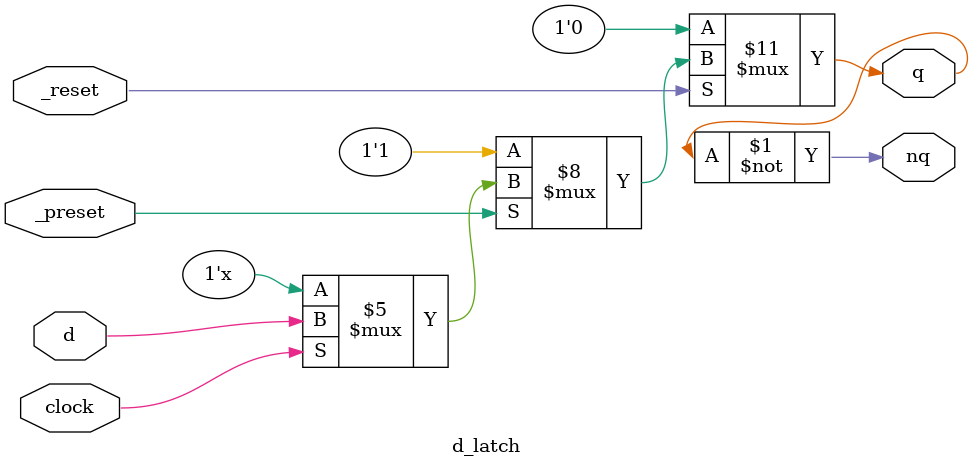
<source format=v>
module d_latch
(
	input clock, _reset, _preset, d,
	output reg q,
	output nq
);

assign nq = ~q;

always@(clock or !_reset or !_preset or d) //	Designed like a combinational circuit.
begin
	if(!_reset)
		q <= 0;
	else if(!_preset)
		q <= 1;
	else if(clock)
		q <= d; /*	Except, note the missing else here
					(creates a D-latch)
				*/
end
endmodule
//	"<=" called non-blocking or concurrent assignment
</source>
